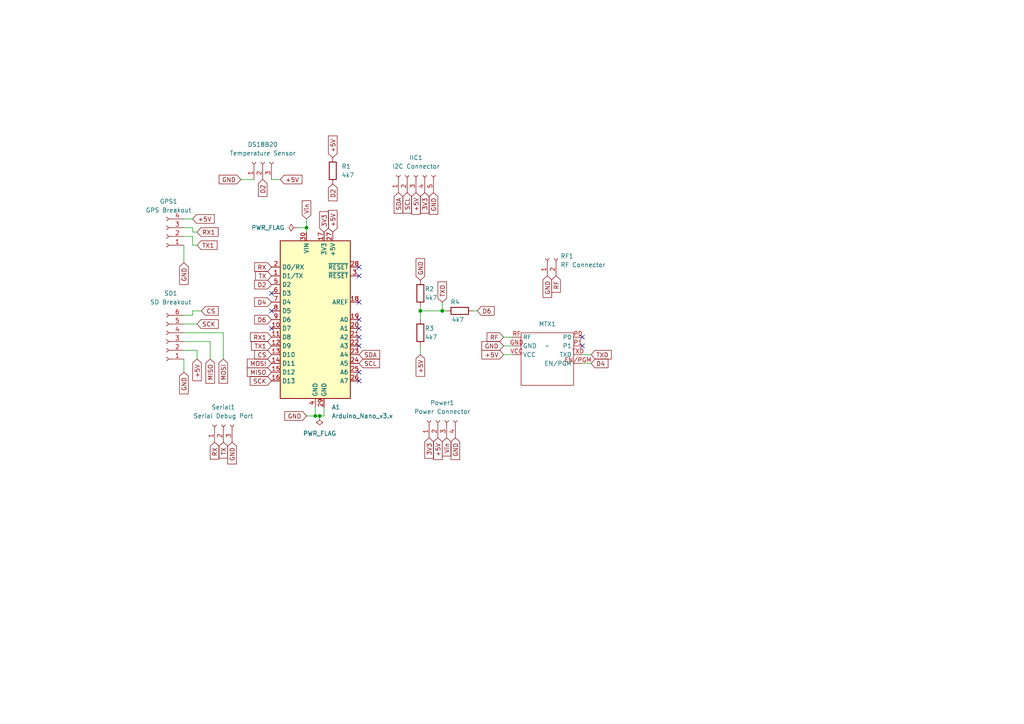
<source format=kicad_sch>
(kicad_sch (version 20230121) (generator eeschema)
  (paper "A4")
  (lib_symbols
    (symbol "Connector:Conn_01x02_Socket" (pin_names (offset 1.016) hide)
      (property "Reference" "J" (at 0 2.54 0))
      (property "Value" "Conn_01x02_Socket" (at 0 -5.08 0))
      (symbol "Conn_01x02_Socket_1_1"
        (arc (start 0 -2.032) (mid -0.5058 -2.54) (end 0 -3.048) (stroke (width 0.1524)))
        (polyline (pts (xy -1.27 -2.54) (xy -0.508 -2.54)) (stroke (width 0.1524)))
        (polyline (pts (xy -1.27 0) (xy -0.508 0)) (stroke (width 0.1524)))
        (arc (start 0 0.508) (mid -0.5058 0) (end 0 -0.508) (stroke (width 0.1524)))
        (pin passive line (at -5.08 0 0) (length 3.81) (name "Pin_1") (number "1"))
        (pin passive line (at -5.08 -2.54 0) (length 3.81) (name "Pin_2") (number "2"))
      )
    )
    (symbol "Connector:Conn_01x03_Socket" (pin_names (offset 1.016) hide)
      (property "Reference" "J" (at 0 5.08 0))
      (property "Value" "Conn_01x03_Socket" (at 0 -5.08 0))
      (symbol "Conn_01x03_Socket_1_1"
        (arc (start 0 -2.032) (mid -0.5058 -2.54) (end 0 -3.048) (stroke (width 0.1524)))
        (polyline (pts (xy -1.27 -2.54) (xy -0.508 -2.54)) (stroke (width 0.1524)))
        (polyline (pts (xy -1.27 0) (xy -0.508 0)) (stroke (width 0.1524)))
        (polyline (pts (xy -1.27 2.54) (xy -0.508 2.54)) (stroke (width 0.1524)))
        (arc (start 0 0.508) (mid -0.5058 0) (end 0 -0.508) (stroke (width 0.1524)))
        (arc (start 0 3.048) (mid -0.5058 2.54) (end 0 2.032) (stroke (width 0.1524)))
        (pin passive line (at -5.08 2.54 0) (length 3.81) (name "Pin_1") (number "1"))
        (pin passive line (at -5.08 0 0) (length 3.81) (name "Pin_2") (number "2"))
        (pin passive line (at -5.08 -2.54 0) (length 3.81) (name "Pin_3") (number "3"))
      )
    )
    (symbol "Connector:Conn_01x04_Socket" (pin_names (offset 1.016) hide)
      (property "Reference" "J" (at 0 5.08 0))
      (property "Value" "Conn_01x04_Socket" (at 0 -7.62 0))
      (symbol "Conn_01x04_Socket_1_1"
        (arc (start 0 -4.572) (mid -0.5058 -5.08) (end 0 -5.588) (stroke (width 0.1524)))
        (arc (start 0 -2.032) (mid -0.5058 -2.54) (end 0 -3.048) (stroke (width 0.1524)))
        (polyline (pts (xy -1.27 -5.08) (xy -0.508 -5.08)) (stroke (width 0.1524)))
        (polyline (pts (xy -1.27 -2.54) (xy -0.508 -2.54)) (stroke (width 0.1524)))
        (polyline (pts (xy -1.27 0) (xy -0.508 0)) (stroke (width 0.1524)))
        (polyline (pts (xy -1.27 2.54) (xy -0.508 2.54)) (stroke (width 0.1524)))
        (arc (start 0 0.508) (mid -0.5058 0) (end 0 -0.508) (stroke (width 0.1524)))
        (arc (start 0 3.048) (mid -0.5058 2.54) (end 0 2.032) (stroke (width 0.1524)))
        (pin passive line (at -5.08 2.54 0) (length 3.81) (name "Pin_1") (number "1"))
        (pin passive line (at -5.08 0 0) (length 3.81) (name "Pin_2") (number "2"))
        (pin passive line (at -5.08 -2.54 0) (length 3.81) (name "Pin_3") (number "3"))
        (pin passive line (at -5.08 -5.08 0) (length 3.81) (name "Pin_4") (number "4"))
      )
    )
    (symbol "Connector:Conn_01x05_Socket" (pin_names (offset 1.016) hide)
      (property "Reference" "J" (at 0 7.62 0))
      (property "Value" "Conn_01x05_Socket" (at 0 -7.62 0))
      (symbol "Conn_01x05_Socket_1_1"
        (arc (start 0 -4.572) (mid -0.5058 -5.08) (end 0 -5.588) (stroke (width 0.1524)))
        (arc (start 0 -2.032) (mid -0.5058 -2.54) (end 0 -3.048) (stroke (width 0.1524)))
        (polyline (pts (xy -1.27 -5.08) (xy -0.508 -5.08)) (stroke (width 0.1524)))
        (polyline (pts (xy -1.27 -2.54) (xy -0.508 -2.54)) (stroke (width 0.1524)))
        (polyline (pts (xy -1.27 0) (xy -0.508 0)) (stroke (width 0.1524)))
        (polyline (pts (xy -1.27 2.54) (xy -0.508 2.54)) (stroke (width 0.1524)))
        (polyline (pts (xy -1.27 5.08) (xy -0.508 5.08)) (stroke (width 0.1524)))
        (arc (start 0 0.508) (mid -0.5058 0) (end 0 -0.508) (stroke (width 0.1524)))
        (arc (start 0 3.048) (mid -0.5058 2.54) (end 0 2.032) (stroke (width 0.1524)))
        (arc (start 0 5.588) (mid -0.5058 5.08) (end 0 4.572) (stroke (width 0.1524)))
        (pin passive line (at -5.08 5.08 0) (length 3.81) (name "Pin_1") (number "1"))
        (pin passive line (at -5.08 2.54 0) (length 3.81) (name "Pin_2") (number "2"))
        (pin passive line (at -5.08 0 0) (length 3.81) (name "Pin_3") (number "3"))
        (pin passive line (at -5.08 -2.54 0) (length 3.81) (name "Pin_4") (number "4"))
        (pin passive line (at -5.08 -5.08 0) (length 3.81) (name "Pin_5") (number "5"))
      )
    )
    (symbol "Connector:Conn_01x06_Socket" (pin_names (offset 1.016) hide)
      (property "Reference" "J" (at 0 7.62 0))
      (property "Value" "Conn_01x06_Socket" (at 0 -10.16 0))
      (symbol "Conn_01x06_Socket_1_1"
        (arc (start 0 -7.112) (mid -0.5058 -7.62) (end 0 -8.128) (stroke (width 0.1524)))
        (arc (start 0 -4.572) (mid -0.5058 -5.08) (end 0 -5.588) (stroke (width 0.1524)))
        (arc (start 0 -2.032) (mid -0.5058 -2.54) (end 0 -3.048) (stroke (width 0.1524)))
        (polyline (pts (xy -1.27 -7.62) (xy -0.508 -7.62)) (stroke (width 0.1524)))
        (polyline (pts (xy -1.27 -5.08) (xy -0.508 -5.08)) (stroke (width 0.1524)))
        (polyline (pts (xy -1.27 -2.54) (xy -0.508 -2.54)) (stroke (width 0.1524)))
        (polyline (pts (xy -1.27 0) (xy -0.508 0)) (stroke (width 0.1524)))
        (polyline (pts (xy -1.27 2.54) (xy -0.508 2.54)) (stroke (width 0.1524)))
        (polyline (pts (xy -1.27 5.08) (xy -0.508 5.08)) (stroke (width 0.1524)))
        (arc (start 0 0.508) (mid -0.5058 0) (end 0 -0.508) (stroke (width 0.1524)))
        (arc (start 0 3.048) (mid -0.5058 2.54) (end 0 2.032) (stroke (width 0.1524)))
        (arc (start 0 5.588) (mid -0.5058 5.08) (end 0 4.572) (stroke (width 0.1524)))
        (pin passive line (at -5.08 5.08 0) (length 3.81) (name "Pin_1") (number "1"))
        (pin passive line (at -5.08 2.54 0) (length 3.81) (name "Pin_2") (number "2"))
        (pin passive line (at -5.08 0 0) (length 3.81) (name "Pin_3") (number "3"))
        (pin passive line (at -5.08 -2.54 0) (length 3.81) (name "Pin_4") (number "4"))
        (pin passive line (at -5.08 -5.08 0) (length 3.81) (name "Pin_5") (number "5"))
        (pin passive line (at -5.08 -7.62 0) (length 3.81) (name "Pin_6") (number "6"))
      )
    )
    (symbol "Custom:MTX2"
      (property "Reference" "MTX1" (at 0 6.35 0))
      (property "Value" "~" (at 0 0 0))
      (symbol "MTX2_0_1"
        (rectangle (start -7.62 3.81) (end 7.62 -11.43))
      )
      (symbol "MTX2_1_1"
        (pin passive line (at 10.16 -5.08 180) (length 2.54) (name "EN/PGM") (number "EN/PGM"))
        (pin power_in line (at -10.16 0 0) (length 2.54) (name "GND") (number "GND"))
        (pin passive line (at 10.16 2.54 180) (length 2.54) (name "P0") (number "P0"))
        (pin passive line (at 10.16 0 180) (length 2.54) (name "P1") (number "P1"))
        (pin passive line (at -10.16 2.54 0) (length 2.54) (name "RF") (number "RF"))
        (pin passive line (at 10.16 -2.54 180) (length 2.54) (name "TXD") (number "TXD"))
        (pin power_in line (at -10.16 -2.54 0) (length 2.54) (name "VCC") (number "VCC"))
      )
    )
    (symbol "Device:R" (pin_numbers hide) (pin_names (offset 0))
      (property "Reference" "R" (at 2.032 0 90))
      (property "Value" "R" (at 0 0 90))
      (symbol "R_0_1"
        (rectangle (start -1.016 -2.54) (end 1.016 2.54) (stroke (width 0.254)))
      )
      (symbol "R_1_1"
        (pin passive line (at 0 3.81 270) (length 1.27) (name "~") (number "1"))
        (pin passive line (at 0 -3.81 90) (length 1.27) (name "~") (number "2"))
      )
    )
    (symbol "MCU_Module:Arduino_Nano_v3.x"
      (property "Reference" "A" (at -10.16 23.495 0))
      (property "Value" "Arduino_Nano_v3.x" (at 5.08 -24.13 0))
      (symbol "Arduino_Nano_v3.x_0_1"
        (rectangle (start -10.16 22.86) (end 10.16 -22.86) (stroke (width 0.254)) (fill (type background)))
      )
      (symbol "Arduino_Nano_v3.x_1_1"
        (pin bidirectional line (at -12.7 12.7 0) (length 2.54) (name "D1/TX") (number "1"))
        (pin bidirectional line (at -12.7 -2.54 0) (length 2.54) (name "D7") (number "10"))
        (pin bidirectional line (at -12.7 -5.08 0) (length 2.54) (name "D8") (number "11"))
        (pin bidirectional line (at -12.7 -7.62 0) (length 2.54) (name "D9") (number "12"))
        (pin bidirectional line (at -12.7 -10.16 0) (length 2.54) (name "D10") (number "13"))
        (pin bidirectional line (at -12.7 -12.7 0) (length 2.54) (name "D11") (number "14"))
        (pin bidirectional line (at -12.7 -15.24 0) (length 2.54) (name "D12") (number "15"))
        (pin bidirectional line (at -12.7 -17.78 0) (length 2.54) (name "D13") (number "16"))
        (pin power_out line (at 2.54 25.4 270) (length 2.54) (name "3V3") (number "17"))
        (pin input line (at 12.7 5.08 180) (length 2.54) (name "AREF") (number "18"))
        (pin bidirectional line (at 12.7 0 180) (length 2.54) (name "A0") (number "19"))
        (pin bidirectional line (at -12.7 15.24 0) (length 2.54) (name "D0/RX") (number "2"))
        (pin bidirectional line (at 12.7 -2.54 180) (length 2.54) (name "A1") (number "20"))
        (pin bidirectional line (at 12.7 -5.08 180) (length 2.54) (name "A2") (number "21"))
        (pin bidirectional line (at 12.7 -7.62 180) (length 2.54) (name "A3") (number "22"))
        (pin bidirectional line (at 12.7 -10.16 180) (length 2.54) (name "A4") (number "23"))
        (pin bidirectional line (at 12.7 -12.7 180) (length 2.54) (name "A5") (number "24"))
        (pin bidirectional line (at 12.7 -15.24 180) (length 2.54) (name "A6") (number "25"))
        (pin bidirectional line (at 12.7 -17.78 180) (length 2.54) (name "A7") (number "26"))
        (pin power_out line (at 5.08 25.4 270) (length 2.54) (name "+5V") (number "27"))
        (pin input line (at 12.7 15.24 180) (length 2.54) (name "~{RESET}") (number "28"))
        (pin power_in line (at 2.54 -25.4 90) (length 2.54) (name "GND") (number "29"))
        (pin input line (at 12.7 12.7 180) (length 2.54) (name "~{RESET}") (number "3"))
        (pin power_in line (at -2.54 25.4 270) (length 2.54) (name "VIN") (number "30"))
        (pin power_in line (at 0 -25.4 90) (length 2.54) (name "GND") (number "4"))
        (pin bidirectional line (at -12.7 10.16 0) (length 2.54) (name "D2") (number "5"))
        (pin bidirectional line (at -12.7 7.62 0) (length 2.54) (name "D3") (number "6"))
        (pin bidirectional line (at -12.7 5.08 0) (length 2.54) (name "D4") (number "7"))
        (pin bidirectional line (at -12.7 2.54 0) (length 2.54) (name "D5") (number "8"))
        (pin bidirectional line (at -12.7 0 0) (length 2.54) (name "D6") (number "9"))
      )
    )
    (symbol "power:PWR_FLAG" (power) (pin_numbers hide) (pin_names (offset 0) hide)
      (property "Value" "PWR_FLAG" (at 0 3.81 0))
      (symbol "PWR_FLAG_0_0"
        (pin power_out line (at 0 0 90) (length 0) (name "pwr") (number "1"))
      )
      (symbol "PWR_FLAG_0_1"
        (polyline (pts (xy 0 0) (xy 0 1.27) (xy -1.016 1.905) (xy 0 2.54) (xy 1.016 1.905) (xy 0 1.27)))
      )
    )
  )
  (junction (at 88.9 66.04))
  (junction (at 128.27 90.17))
  (junction (at 121.92 90.17))
  (junction (at 91.44 120.65))
  (junction (at 92.71 120.65))
  (no_connect (at 104.14 77.47))
  (no_connect (at 104.14 97.79))
  (no_connect (at 104.14 100.33))
  (no_connect (at 78.74 85.09))
  (no_connect (at 104.14 87.63))
  (no_connect (at 168.91 97.79))
  (no_connect (at 104.14 92.71))
  (no_connect (at 104.14 95.25))
  (no_connect (at 104.14 80.01))
  (no_connect (at 104.14 107.95))
  (no_connect (at 168.91 100.33))
  (no_connect (at 78.74 90.17))
  (no_connect (at 78.74 95.25))
  (no_connect (at 104.14 110.49))
  (wire (pts (xy 88.9 120.65) (xy 91.44 120.65)))
  (wire (pts (xy 55.88 91.44) (xy 55.88 90.17)))
  (wire (pts (xy 55.88 90.17) (xy 58.42 90.17)))
  (wire (pts (xy 146.05 97.79) (xy 148.59 97.79)))
  (wire (pts (xy 91.44 118.11) (xy 91.44 120.65)))
  (wire (pts (xy 138.43 90.17) (xy 137.16 90.17)))
  (wire (pts (xy 57.15 104.14) (xy 57.15 101.6)))
  (wire (pts (xy 69.85 52.07) (xy 73.66 52.07)))
  (wire (pts (xy 53.34 91.44) (xy 55.88 91.44)))
  (wire (pts (xy 121.92 88.9) (xy 121.92 90.17)))
  (wire (pts (xy 92.71 120.65) (xy 93.98 120.65)))
  (wire (pts (xy 146.05 100.33) (xy 148.59 100.33)))
  (wire (pts (xy 121.92 90.17) (xy 128.27 90.17)))
  (wire (pts (xy 55.88 71.12) (xy 57.15 71.12)))
  (wire (pts (xy 146.05 102.87) (xy 148.59 102.87)))
  (wire (pts (xy 88.9 66.04) (xy 88.9 67.31)))
  (wire (pts (xy 78.74 52.07) (xy 81.28 52.07)))
  (wire (pts (xy 128.27 90.17) (xy 129.54 90.17)))
  (wire (pts (xy 168.91 105.41) (xy 171.45 105.41)))
  (wire (pts (xy 88.9 63.5) (xy 88.9 66.04)))
  (wire (pts (xy 168.91 102.87) (xy 171.45 102.87)))
  (wire (pts (xy 93.98 118.11) (xy 93.98 120.65)))
  (wire (pts (xy 55.88 63.5) (xy 53.34 63.5)))
  (wire (pts (xy 60.96 99.06) (xy 60.96 104.14)))
  (wire (pts (xy 60.96 99.06) (xy 53.34 99.06)))
  (wire (pts (xy 53.34 93.98) (xy 57.15 93.98)))
  (wire (pts (xy 55.88 66.04) (xy 55.88 67.31)))
  (wire (pts (xy 53.34 107.95) (xy 53.34 104.14)))
  (wire (pts (xy 57.15 101.6) (xy 53.34 101.6)))
  (wire (pts (xy 121.92 92.71) (xy 121.92 90.17)))
  (wire (pts (xy 91.44 120.65) (xy 92.71 120.65)))
  (wire (pts (xy 53.34 68.58) (xy 55.88 68.58)))
  (wire (pts (xy 86.36 66.04) (xy 88.9 66.04)))
  (wire (pts (xy 53.34 96.52) (xy 64.77 96.52)))
  (wire (pts (xy 55.88 67.31) (xy 57.15 67.31)))
  (wire (pts (xy 53.34 76.2) (xy 53.34 71.12)))
  (wire (pts (xy 121.92 102.87) (xy 121.92 100.33)))
  (wire (pts (xy 128.27 87.63) (xy 128.27 90.17)))
  (wire (pts (xy 53.34 66.04) (xy 55.88 66.04)))
  (wire (pts (xy 64.77 96.52) (xy 64.77 104.14)))
  (wire (pts (xy 55.88 68.58) (xy 55.88 71.12)))
  (global_label "Vin" (shape input) (at 129.54 127 270) (property "Intersheetrefs" "${INTERSHEET_REFS}" (effects hide)))
  (global_label "RX1" (shape input) (at 78.74 97.79 180) (property "Intersheetrefs" "${INTERSHEET_REFS}" (effects hide)))
  (global_label "D2" (shape input) (at 78.74 82.55 180) (property "Intersheetrefs" "${INTERSHEET_REFS}" (effects hide)))
  (global_label "TX1" (shape input) (at 57.15 71.12 0) (property "Intersheetrefs" "${INTERSHEET_REFS}" (effects hide)))
  (global_label "GND" (shape input) (at 88.9 120.65 180) (property "Intersheetrefs" "${INTERSHEET_REFS}" (effects hide)))
  (global_label "GND" (shape input) (at 69.85 52.07 180) (property "Intersheetrefs" "${INTERSHEET_REFS}" (effects hide)))
  (global_label "RX" (shape input) (at 62.23 128.27 270) (property "Intersheetrefs" "${INTERSHEET_REFS}" (effects hide)))
  (global_label "D2" (shape input) (at 96.52 53.34 270) (property "Intersheetrefs" "${INTERSHEET_REFS}" (effects hide)))
  (global_label "TX" (shape input) (at 64.77 128.27 270) (property "Intersheetrefs" "${INTERSHEET_REFS}" (effects hide)))
  (global_label "GND" (shape input) (at 146.05 100.33 180) (property "Intersheetrefs" "${INTERSHEET_REFS}" (effects hide)))
  (global_label "MISO" (shape input) (at 78.74 107.95 180) (property "Intersheetrefs" "${INTERSHEET_REFS}" (effects hide)))
  (global_label "+5V" (shape input) (at 127 127 270) (property "Intersheetrefs" "${INTERSHEET_REFS}" (effects hide)))
  (global_label "GND" (shape input) (at 125.73 55.88 270) (property "Intersheetrefs" "${INTERSHEET_REFS}" (effects hide)))
  (global_label "3V3" (shape input) (at 93.98 67.31 90) (property "Intersheetrefs" "${INTERSHEET_REFS}" (effects hide)))
  (global_label "SCK" (shape input) (at 78.74 110.49 180) (property "Intersheetrefs" "${INTERSHEET_REFS}" (effects hide)))
  (global_label "3V3" (shape input) (at 124.46 127 270) (property "Intersheetrefs" "${INTERSHEET_REFS}" (effects hide)))
  (global_label "D4" (shape input) (at 78.74 87.63 180) (property "Intersheetrefs" "${INTERSHEET_REFS}" (effects hide)))
  (global_label "+5V" (shape input) (at 121.92 102.87 270) (property "Intersheetrefs" "${INTERSHEET_REFS}" (effects hide)))
  (global_label "RX" (shape input) (at 78.74 77.47 180) (property "Intersheetrefs" "${INTERSHEET_REFS}" (effects hide)))
  (global_label "+5V" (shape input) (at 146.05 102.87 180) (property "Intersheetrefs" "${INTERSHEET_REFS}" (effects hide)))
  (global_label "+5V" (shape input) (at 96.52 45.72 90) (property "Intersheetrefs" "${INTERSHEET_REFS}" (effects hide)))
  (global_label "GND" (shape input) (at 53.34 107.95 270) (property "Intersheetrefs" "${INTERSHEET_REFS}" (effects hide)))
  (global_label "RF" (shape input) (at 161.29 80.01 270) (property "Intersheetrefs" "${INTERSHEET_REFS}" (effects hide)))
  (global_label "TX1" (shape input) (at 78.74 100.33 180) (property "Intersheetrefs" "${INTERSHEET_REFS}" (effects hide)))
  (global_label "3V3" (shape input) (at 123.19 55.88 270) (property "Intersheetrefs" "${INTERSHEET_REFS}" (effects hide)))
  (global_label "SCK" (shape input) (at 57.15 93.98 0) (property "Intersheetrefs" "${INTERSHEET_REFS}" (effects hide)))
  (global_label "SDA" (shape input) (at 115.57 55.88 270) (property "Intersheetrefs" "${INTERSHEET_REFS}" (effects hide)))
  (global_label "D2" (shape input) (at 76.2 52.07 270) (property "Intersheetrefs" "${INTERSHEET_REFS}" (effects hide)))
  (global_label "Vin" (shape input) (at 88.9 63.5 90) (property "Intersheetrefs" "${INTERSHEET_REFS}" (effects hide)))
  (global_label "GND" (shape input) (at 53.34 76.2 270) (property "Intersheetrefs" "${INTERSHEET_REFS}" (effects hide)))
  (global_label "MOSI" (shape input) (at 64.77 104.14 270) (property "Intersheetrefs" "${INTERSHEET_REFS}" (effects hide)))
  (global_label "+5V" (shape input) (at 120.65 55.88 270) (property "Intersheetrefs" "${INTERSHEET_REFS}" (effects hide)))
  (global_label "RX1" (shape input) (at 57.15 67.31 0) (property "Intersheetrefs" "${INTERSHEET_REFS}" (effects hide)))
  (global_label "D4" (shape input) (at 171.45 105.41 0) (property "Intersheetrefs" "${INTERSHEET_REFS}" (effects hide)))
  (global_label "RF" (shape input) (at 146.05 97.79 180) (property "Intersheetrefs" "${INTERSHEET_REFS}" (effects hide)))
  (global_label "SDA" (shape input) (at 104.14 102.87 0) (property "Intersheetrefs" "${INTERSHEET_REFS}" (effects hide)))
  (global_label "TX" (shape input) (at 78.74 80.01 180) (property "Intersheetrefs" "${INTERSHEET_REFS}" (effects hide)))
  (global_label "D6" (shape input) (at 138.43 90.17 0) (property "Intersheetrefs" "${INTERSHEET_REFS}" (effects hide)))
  (global_label "SCL" (shape input) (at 118.11 55.88 270) (property "Intersheetrefs" "${INTERSHEET_REFS}" (effects hide)))
  (global_label "SCL" (shape input) (at 104.14 105.41 0) (property "Intersheetrefs" "${INTERSHEET_REFS}" (effects hide)))
  (global_label "+5V" (shape input) (at 81.28 52.07 0) (property "Intersheetrefs" "${INTERSHEET_REFS}" (effects hide)))
  (global_label "CS" (shape input) (at 58.42 90.17 0) (property "Intersheetrefs" "${INTERSHEET_REFS}" (effects hide)))
  (global_label "+5V" (shape input) (at 57.15 104.14 270) (property "Intersheetrefs" "${INTERSHEET_REFS}" (effects hide)))
  (global_label "TXD" (shape input) (at 171.45 102.87 0) (property "Intersheetrefs" "${INTERSHEET_REFS}" (effects hide)))
  (global_label "+5V" (shape input) (at 55.88 63.5 0) (property "Intersheetrefs" "${INTERSHEET_REFS}" (effects hide)))
  (global_label "GND" (shape input) (at 132.08 127 270) (property "Intersheetrefs" "${INTERSHEET_REFS}" (effects hide)))
  (global_label "GND" (shape input) (at 67.31 128.27 270) (property "Intersheetrefs" "${INTERSHEET_REFS}" (effects hide)))
  (global_label "+5V" (shape input) (at 96.52 67.31 90) (property "Intersheetrefs" "${INTERSHEET_REFS}" (effects hide)))
  (global_label "TXD" (shape input) (at 128.27 87.63 90) (property "Intersheetrefs" "${INTERSHEET_REFS}" (effects hide)))
  (global_label "D6" (shape input) (at 78.74 92.71 180) (property "Intersheetrefs" "${INTERSHEET_REFS}" (effects hide)))
  (global_label "MOSI" (shape input) (at 78.74 105.41 180) (property "Intersheetrefs" "${INTERSHEET_REFS}" (effects hide)))
  (global_label "CS" (shape input) (at 78.74 102.87 180) (property "Intersheetrefs" "${INTERSHEET_REFS}" (effects hide)))
  (global_label "GND" (shape input) (at 121.92 81.28 90) (property "Intersheetrefs" "${INTERSHEET_REFS}" (effects hide)))
  (global_label "GND" (shape input) (at 158.75 80.01 270) (property "Intersheetrefs" "${INTERSHEET_REFS}" (effects hide)))
  (global_label "MISO" (shape input) (at 60.96 104.14 270) (property "Intersheetrefs" "${INTERSHEET_REFS}" (effects hide)))
  (symbol (lib_id "power:PWR_FLAG") (at 86.36 66.04 90) (unit 1)
    (property "Reference" "#FLG01" (effects hide))
    (property "Value" "PWR_FLAG" (at 82.55 66.04 90) (effects (justify left)))
  )
  (symbol (lib_id "Custom:MTX2") (at 158.75 100.33 0) (unit 1)
    (property "Reference" "MTX1" (at 158.75 93.98 0))
    (property "Value" "~" (at 158.75 100.33 0))
    (property "Footprint" "Library:MTX2" (effects hide))
  )
  (symbol (lib_id "Device:R") (at 121.92 96.52 0) (unit 1)
    (property "Reference" "R3" (at 123.19 95.25 0) (effects (justify left)))
    (property "Value" "4k7" (at 123.19 97.79 0) (effects (justify left)))
    (property "Footprint" "Resistor_THT:R_Box_L14.0mm_W5.0mm_P9.00mm" (effects hide))
  )
  (symbol (lib_id "Device:R") (at 96.52 49.53 0) (unit 1)
    (property "Reference" "R1" (at 99.06 48.26 0) (effects (justify left)))
    (property "Value" "4k7" (at 99.06 50.8 0) (effects (justify left)))
    (property "Footprint" "Resistor_THT:R_Box_L14.0mm_W5.0mm_P9.00mm" (effects hide))
  )
  (symbol (lib_id "Device:R") (at 133.35 90.17 90) (unit 1)
    (property "Reference" "R4" (at 133.35 87.63 90) (effects (justify left)))
    (property "Value" "4k7" (at 134.62 92.71 90) (effects (justify left)))
    (property "Footprint" "Resistor_THT:R_Box_L14.0mm_W5.0mm_P9.00mm" (effects hide))
  )
  (symbol (lib_id "Connector:Conn_01x04_Socket") (at 48.26 68.58 180) (unit 1)
    (property "Reference" "GPS1" (at 48.895 58.42 0))
    (property "Value" "GPS Breakout" (at 48.895 60.96 0))
    (property "Footprint" "Connector_PinSocket_2.54mm:PinSocket_1x04_P2.54mm_Vertical" (effects hide))
  )
  (symbol (lib_id "Connector:Conn_01x03_Socket") (at 76.2 46.99 90) (unit 1)
    (property "Reference" "DS18B20" (at 76.2 41.91 90))
    (property "Value" "Temperature Sensor" (at 76.2 44.45 90))
    (property "Footprint" "Connector_PinSocket_2.54mm:PinSocket_1x03_P2.54mm_Vertical" (effects hide))
  )
  (symbol (lib_id "Connector:Conn_01x02_Socket") (at 158.75 74.93 90) (unit 1)
    (property "Reference" "RF1" (at 162.56 74.295 90) (effects (justify right)))
    (property "Value" "RF Connector" (at 162.56 76.835 90) (effects (justify right)))
    (property "Footprint" "Connector_PinHeader_2.54mm:PinHeader_1x02_P2.54mm_Vertical" (effects hide))
  )
  (symbol (lib_id "Device:R") (at 121.92 85.09 0) (unit 1)
    (property "Reference" "R2" (at 123.19 83.82 0) (effects (justify left)))
    (property "Value" "4k7" (at 123.19 86.36 0) (effects (justify left)))
    (property "Footprint" "Resistor_THT:R_Box_L14.0mm_W5.0mm_P9.00mm" (effects hide))
  )
  (symbol (lib_id "Connector:Conn_01x06_Socket") (at 48.26 99.06 180) (unit 1)
    (property "Reference" "SD1" (at 49.53 85.09 0))
    (property "Value" "SD Breakout" (at 49.53 87.63 0))
    (property "Footprint" "Connector_PinSocket_2.54mm:PinSocket_1x06_P2.54mm_Vertical" (effects hide))
  )
  (symbol (lib_id "Connector:Conn_01x04_Socket") (at 127 121.92 90) (unit 1)
    (property "Reference" "Power1" (at 128.27 116.84 90))
    (property "Value" "Power Connector" (at 128.27 119.38 90))
    (property "Footprint" "Connector_PinSocket_2.54mm:PinSocket_1x04_P2.54mm_Vertical" (effects hide))
  )
  (symbol (lib_id "Connector:Conn_01x03_Socket") (at 64.77 123.19 90) (unit 1)
    (property "Reference" "Serial1" (at 64.77 118.11 90))
    (property "Value" "Serial Debug Port" (at 64.77 120.65 90))
    (property "Footprint" "Connector_PinSocket_2.54mm:PinSocket_1x03_P2.54mm_Vertical" (effects hide))
  )
  (symbol (lib_id "power:PWR_FLAG") (at 92.71 120.65 180) (unit 1)
    (property "Reference" "#FLG02" (effects hide))
    (property "Value" "PWR_FLAG" (at 92.71 125.73 0))
  )
  (symbol (lib_id "Connector:Conn_01x05_Socket") (at 120.65 50.8 90) (unit 1)
    (property "Reference" "IIC1" (at 120.65 45.72 90))
    (property "Value" "I2C Connector" (at 120.65 48.26 90))
    (property "Footprint" "Connector_PinHeader_2.54mm:PinHeader_1x05_P2.54mm_Vertical" (effects hide))
  )
  (symbol (lib_id "MCU_Module:Arduino_Nano_v3.x") (at 91.44 92.71 0) (unit 1)
    (property "Reference" "A1" (at 96.1741 118.11 0) (effects (justify left)))
    (property "Value" "Arduino_Nano_v3.x" (at 96.1741 120.65 0) (effects (justify left)))
    (property "Footprint" "Module:Arduino_Nano" (effects hide))
    (property "Datasheet" "http://www.mouser.com/pdfdocs/Gravitech_Arduino_Nano3_0.pdf" (effects hide))
  )
)
</source>
